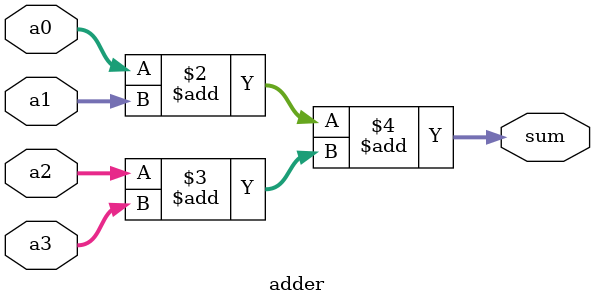
<source format=v>
module adder(sum,a0,a1,a2,a3);
input [0:7] a0,a1,a2,a3;
output reg [0:7] sum;
always @(a0,a1,a2,a3)
begin
sum <= (a0+a1)+(a2+a3);
end
endmodule

</source>
